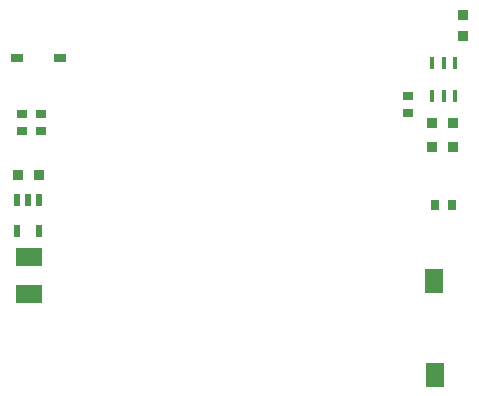
<source format=gtp>
G04*
G04 #@! TF.GenerationSoftware,Altium Limited,Altium Designer,21.2.1 (34)*
G04*
G04 Layer_Color=8421504*
%FSLAX25Y25*%
%MOIN*%
G70*
G04*
G04 #@! TF.SameCoordinates,1518C732-DF2A-4DFD-9B87-9E54171A1C2B*
G04*
G04*
G04 #@! TF.FilePolarity,Positive*
G04*
G01*
G75*
%ADD17R,0.03800X0.03500*%
%ADD18R,0.03347X0.03150*%
%ADD19R,0.03500X0.03800*%
%ADD20R,0.03150X0.03347*%
%ADD21R,0.01772X0.03937*%
%ADD22R,0.03937X0.02953*%
%ADD23R,0.05906X0.07874*%
%ADD24R,0.02165X0.03937*%
%ADD25R,0.09055X0.06299*%
D17*
X149574Y85809D02*
D03*
X142674D02*
D03*
Y93809D02*
D03*
X149574D02*
D03*
X11574Y76606D02*
D03*
X4674D02*
D03*
D18*
X134646Y97098D02*
D03*
Y102847D02*
D03*
X5724Y91080D02*
D03*
Y96828D02*
D03*
X12074Y91047D02*
D03*
Y96794D02*
D03*
D19*
X152800Y129700D02*
D03*
Y122800D02*
D03*
D20*
X143500Y66546D02*
D03*
X149248D02*
D03*
D21*
X150114Y102847D02*
D03*
X146374D02*
D03*
X142634D02*
D03*
Y113847D02*
D03*
X146374D02*
D03*
X150114D02*
D03*
D22*
X18474Y115502D02*
D03*
X4301D02*
D03*
D23*
X143296Y41105D02*
D03*
X143374Y9874D02*
D03*
D24*
X11554Y68106D02*
D03*
X7814D02*
D03*
X4074D02*
D03*
Y57870D02*
D03*
X11554D02*
D03*
D25*
X8174Y48976D02*
D03*
Y36772D02*
D03*
M02*

</source>
